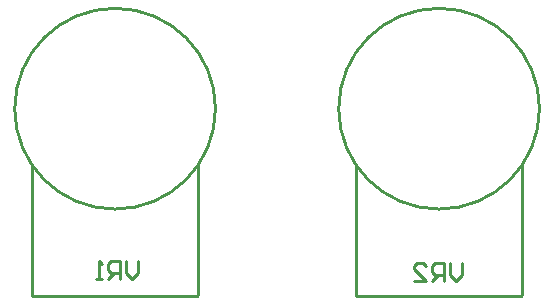
<source format=gbo>
G04*
G04 #@! TF.GenerationSoftware,Altium Limited,Altium Designer,18.0.11 (651)*
G04*
G04 Layer_Color=14277081*
%FSLAX25Y25*%
%MOIN*%
G70*
G01*
G75*
%ADD12C,0.01000*%
D12*
X510960Y764376D02*
G03*
X510960Y764376I-33460J0D01*
G01*
X618960D02*
G03*
X618960Y764376I-33460J0D01*
G01*
X505059Y702264D02*
Y745177D01*
X504665Y701870D02*
X505059Y702264D01*
X449941Y701870D02*
X504665D01*
X449941D02*
Y745571D01*
X613059Y702264D02*
Y745177D01*
X612665Y701870D02*
X613059Y702264D01*
X557941Y701870D02*
X612665D01*
X557941D02*
Y745571D01*
X485000Y713498D02*
Y709499D01*
X483001Y707500D01*
X481001Y709499D01*
Y713498D01*
X479002Y707500D02*
Y713498D01*
X476003D01*
X475003Y712498D01*
Y710499D01*
X476003Y709499D01*
X479002D01*
X477003D02*
X475003Y707500D01*
X473004D02*
X471004D01*
X472004D01*
Y713498D01*
X473004Y712498D01*
X593000Y712998D02*
Y708999D01*
X591001Y707000D01*
X589001Y708999D01*
Y712998D01*
X587002Y707000D02*
Y712998D01*
X584003D01*
X583003Y711998D01*
Y709999D01*
X584003Y708999D01*
X587002D01*
X585003D02*
X583003Y707000D01*
X577005D02*
X581004D01*
X577005Y710999D01*
Y711998D01*
X578005Y712998D01*
X580004D01*
X581004Y711998D01*
M02*

</source>
